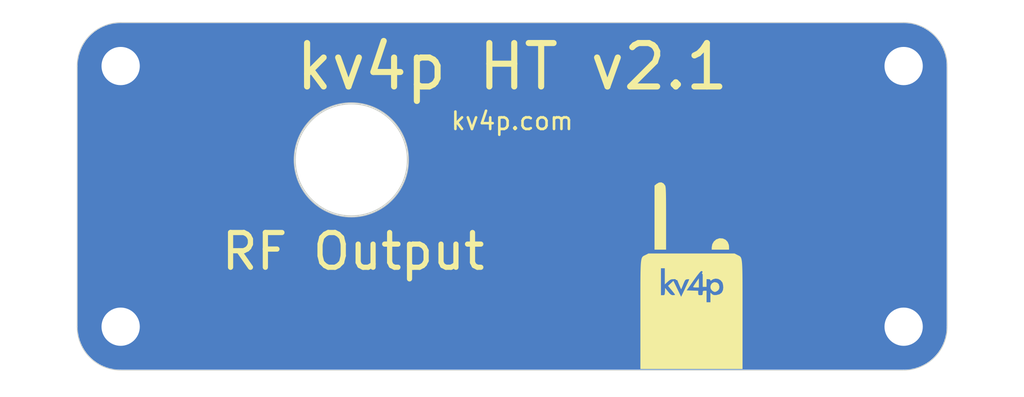
<source format=kicad_pcb>
(kicad_pcb (version 20240108) (generator "pcbnew") (generator_version "8.0")
  (layers (0 "F.Cu" signal) (31 "B.Cu" signal) (34 "B.Paste" user) (35 "F.Paste" user) (36 "B.SilkS" user "B.Silkscreen") (37 "F.SilkS" user "F.Silkscreen") (38 "B.Mask" user) (39 "F.Mask" user) (44 "Edge.Cuts" user))
  (net 0 "")
  (net 1 "GND")
  (footprint "MountingHole:MountingHole_2.2mm_M2_Pad" (layer "F.Cu") (at 105 98.25)
    (property "Reference" "H2" (hide yes))
    (property "Value" "MountingHole_Pad")
    (pad "1" thru_hole circle (at 0 0) (size 4.4 4.4) (drill 2.2) (layers "*.Cu" "*.Mask" "In3.Cu" "In4.Cu" "In5.Cu" "In6.Cu" "In7.Cu" "In8.Cu" "In9.Cu" "In10.Cu" "In11.Cu" "In12.Cu" "In13.Cu" "In14.Cu" "In15.Cu" "In16.Cu" "In17.Cu" "In18.Cu" "In19.Cu" "In20.Cu" "In21.Cu" "In22.Cu" "In23.Cu" "In24.Cu" "In25.Cu" "In26.Cu" "In27.Cu" "In28.Cu" "In29.Cu" "In30.Cu") (net 1 "GND"))
  )
  (footprint "kv4p-ht:kv4p_logo-white" (layer "F.Cu") (at 137.75 110.25)
    (property "Reference" "G***" (at 0 0 0) (layer "F.SilkS") (effects (font (size 0.635 0.635) (thickness 0.1016))))
    (property "Value" "LOGO" (hide yes))
    (fp_poly (pts (xy 0.480543 0.479342) (xy 0.480543 0.74438) (xy 0.31438 0.74438) (xy 0.215364 0.73888) (xy 0.156121 0.724963) (xy 0.148615 0.716687) (xy 0.168594 0.675269) (xy 0.221183 0.590421) (xy 0.295978 0.478741) (xy 0.314778 0.451648) (xy 0.480543 0.214303)) (fill solid) (layer "F.SilkS"))
    (fp_poly (pts (xy 1.85998 -2.077162) (xy 2.018127 -2.003771) (xy 2.136221 -1.878134) (xy 2.203855 -1.709777) (xy 2.215885 -1.591132) (xy 2.216023 -1.4342) (xy 1.717534 -1.4342) (xy 1.219045 -1.4342) (xy 1.219045 -1.565272) (xy 1.252164 -1.750565) (xy 1.343431 -1.90847) (xy 1.480717 -2.024971) (xy 1.65189 -2.086053) (xy 1.672191 -2.088779)) (fill solid) (layer "F.SilkS"))
    (fp_poly (pts (xy 1.5336 0.466852) (xy 1.623912 0.552645) (xy 1.661485 0.686921) (xy 1.662147 0.710498) (xy 1.645462 0.826655) (xy 1.584845 0.909661) (xy 1.564854 0.926326) (xy 1.478767 0.97971) (xy 1.405373 1.00283) (xy 1.403671 1.002856) (xy 1.331358 0.981032) (xy 1.245051 0.928325) (xy 1.242488 0.926326) (xy 1.165563 0.827007) (xy 1.143294 0.709392) (xy 1.169472 0.593092) (xy 1.237891 0.497723) (xy 1.342345 0.442897) (xy 1.39744 0.436671)) (fill solid) (layer "F.SilkS"))
    (fp_poly (pts (xy -1.554107 -5.248825) (xy -1.458406 -5.12745) (xy -1.445371 -5.093376) (xy -1.43448 -5.041801) (xy -1.42555 -4.966505) (xy -1.4184 -4.861266) (xy -1.412846 -4.719862) (xy -1.408707 -4.536071) (xy -1.405799 -4.303671) (xy -1.403939 -4.016441) (xy -1.402947 -3.668158) (xy -1.402637 -3.252602) (xy -1.402637 -3.226902) (xy -1.402637 -1.4342) (xy -1.734962 -1.4342) (xy -2.067288 -1.4342) (xy -2.067288 -3.277173) (xy -2.067288 -5.120147) (xy -1.95368 -5.215742) (xy -1.813819 -5.295765) (xy -1.676724 -5.306097)) (fill solid) (layer "F.SilkS"))
    (fp_poly (pts (xy 2.694725 -1.129568) (xy 2.745883 -1.104807) (xy 2.790822 -1.083202) (xy 2.82994 -1.060081) (xy 2.863641 -1.030773) (xy 2.892327 -0.990604) (xy 2.916398 -0.934903) (xy 2.936256 -0.858999) (xy 2.952303 -0.758218) (xy 2.96494 -0.62789) (xy 2.97457 -0.463341) (xy 2.981593 -0.2599) (xy 2.986412 -0.012895) (xy 2.989427 0.282345) (xy 2.991041 0.630494) (xy 2.991655 1.036223) (xy 2.99167 1.504204) (xy 2.99149 2.03911) (xy 2.991451 2.322353) (xy 2.991451 5.433869) (xy 0.055904 5.433869) (xy -2.879641 5.433869) (xy -2.879641 2.322353) (xy -2.879773 1.753505) (xy -2.879902 1.253834) (xy -2.879627 0.818669) (xy -2.878546 0.443337) (xy -2.878322 0.412054) (xy -1.698037 0.412054) (xy -1.698037 1.187482) (xy -1.589105 1.187482) (xy -1.527357 1.183656) (xy -1.493636 1.160275) (xy -1.477723 1.099481) (xy -1.469394 0.983416) (xy -1.469098 0.97783) (xy -1.458024 0.768178) (xy -1.291861 0.976083) (xy -1.196379 1.088783) (xy -1.124224 1.152721) (xy -1.057926 1.180697) (xy -1.005692 1.185734) (xy -0.924648 1.179495) (xy -0.887864 1.161953) (xy -0.887651 1.159788) (xy -0.910757 1.120602) (xy -0.970628 1.040208) (xy -1.055995 0.933492) (xy -1.09031 0.892081) (xy -1.291004 0.652068) (xy -1.136423 0.505447) (xy -0.981843 0.358827) (xy -0.76021 0.818029) (xy -0.538578 1.277231) (xy -0.365001 0.910543) (xy -0.220092 0.910543) (xy 0.111763 0.92116) (xy 0.443618 0.931777) (xy 0.443618 1.059629) (xy 0.449425 1.145329) (xy 0.48194 1.180476) (xy 0.563802 1.187468) (xy 0.572856 1.187482) (xy 0.659475 1.181765) (xy 0.694998 1.149516) (xy 0.702078 1.06808) (xy 0.702094 1.058244) (xy 0.708269 0.971414) (xy 0.739591 0.9358) (xy 0.812869 0.929006) (xy 0.923645 0.929006) (xy 0.923645 1.261332) (xy 0.923645 1.593658) (xy 1.03442 1.593658) (xy 1.145195 1.593658) (xy 1.145195 1.315281) (xy 1.145195 1.036904) (xy 1.228276 1.115408) (xy 1.295855 1.163915) (xy 1.378348 1.181794) (xy 1.493791 1.176978) (xy 1.671513 1.131972) (xy 1.796258 1.035636) (xy 1.866894 0.889234) (xy 1.883697 0.741964) (xy 1.872309 0.60793) (xy 1.84357 0.486151) (xy 1.827685 0.447771) (xy 1.729188 0.327294) (xy 1.594647 0.253674) (xy 1.444879 0.232026) (xy 1.300702 0.267468) (xy 1.242488 0.303959) (xy 1.176362 0.350322) (xy 1.149114 0.348877) (xy 1.145195 0.322421) (xy 1.115966 0.277228) (xy 1.03442 0.264354) (xy 0.923645 0.264354) (xy 0.923645 0.485904) (xy 0.923645 0.707455) (xy 0.812869 0.707455) (xy 0.702094 0.707455) (xy 0.702094 0.243323) (xy 0.701471 0.051425) (xy 0.698348 -0.078274) (xy 0.690844 -0.15742) (xy 0.67708 -0.197663) (xy 0.655175 -0.210649) (xy 0.629069 -0.209009) (xy 0.578965 -0.173304) (xy 0.493722 -0.079335) (xy 0.377047 0.06835) (xy 0.232645 0.265209) (xy 0.167976 0.356666) (xy -0.220092 0.910543) (xy -0.365001 0.910543) (xy -0.305955 0.785805) (xy -0.22405 0.611659) (xy -0.154777 0.462243) (xy -0.103701 0.349728) (xy -0.076388 0.286286) (xy -0.073333 0.277027) (xy -0.105327 0.268269) (xy -0.182895 0.270704) (xy -0.188487 0.271246) (xy -0.248257 0.282669) (xy -0.293067 0.312467) (xy -0.334381 0.375359) (xy -0.383665 0.486063) (xy -0.413221 0.559755) (xy -0.465381 0.68973) (xy -0.506953 0.789886) (xy -0.530806 0.843151) (xy -0.533354 0.847352) (xy -0.55078 0.820593) (xy -0.588375 0.740001) (xy -0.639347 0.620497) (xy -0.663559 0.561183) (xy -0.78321 0.264354) (xy -0.964511 0.264354) (xy -1.075059 0.270408) (xy -1.158647 0.297191) (xy -1.244678 0.357629) (xy -1.311149 0.416757) (xy -1.476487 0.56916) (xy -1.476487 0.102893) (xy -1.476487 -0.363372) (xy -1.587262 -0.363372) (xy -1.698037 -0.363372) (xy -1.698037 0.412054) (xy -2.878322 0.412054) (xy -2.876256 0.123166) (xy -2.872357 -0.146515) (xy -2.866447 -0.37038) (xy -2.858125 -0.5531) (xy -2.846988 -0.699347) (xy -2.832635 -0.813794) (xy -2.814665 -0.901111) (xy -2.792676 -0.965971) (xy -2.766266 -1.013046) (xy -2.735034 -1.047009) (xy -2.698577 -1.07253) (xy -2.656496 -1.094283) (xy -2.608387 -1.116939) (xy -2.582915 -1.129568) (xy -2.420892 -1.21265) (xy 0.055904 -1.21265) (xy 2.532701 -1.21265)) (fill solid) (layer "F.SilkS"))
  )
  (footprint "MountingHole:MountingHole_2.2mm_M2_Pad" (layer "F.Cu") (at 150 98.25)
    (property "Reference" "H3" (hide yes))
    (property "Value" "MountingHole_Pad")
    (pad "1" thru_hole circle (at 0 0) (size 4.4 4.4) (drill 2.2) (layers "*.Cu" "*.Mask" "In3.Cu" "In4.Cu" "In5.Cu" "In6.Cu" "In7.Cu" "In8.Cu" "In9.Cu" "In10.Cu" "In11.Cu" "In12.Cu" "In13.Cu" "In14.Cu" "In15.Cu" "In16.Cu" "In17.Cu" "In18.Cu" "In19.Cu" "In20.Cu" "In21.Cu" "In22.Cu" "In23.Cu" "In24.Cu" "In25.Cu" "In26.Cu" "In27.Cu" "In28.Cu" "In29.Cu" "In30.Cu") (net 1 "GND"))
  )
  (footprint "MountingHole:MountingHole_2.2mm_M2_Pad" (layer "F.Cu") (at 105 113.25)
    (property "Reference" "H5" (hide yes))
    (property "Value" "MountingHole_Pad")
    (pad "1" thru_hole circle (at 0 0) (size 4.4 4.4) (drill 2.2) (layers "*.Cu" "*.Mask" "In3.Cu" "In4.Cu" "In5.Cu" "In6.Cu" "In7.Cu" "In8.Cu" "In9.Cu" "In10.Cu" "In11.Cu" "In12.Cu" "In13.Cu" "In14.Cu" "In15.Cu" "In16.Cu" "In17.Cu" "In18.Cu" "In19.Cu" "In20.Cu" "In21.Cu" "In22.Cu" "In23.Cu" "In24.Cu" "In25.Cu" "In26.Cu" "In27.Cu" "In28.Cu" "In29.Cu" "In30.Cu") (net 1 "GND"))
  )
  (footprint "MountingHole:MountingHole_2.2mm_M2_Pad" (layer "F.Cu") (at 150 113.25)
    (property "Reference" "H4" (hide yes))
    (property "Value" "MountingHole_Pad")
    (pad "1" thru_hole circle (at 0 0) (size 4.4 4.4) (drill 2.2) (layers "*.Cu" "*.Mask" "In3.Cu" "In4.Cu" "In5.Cu" "In6.Cu" "In7.Cu" "In8.Cu" "In9.Cu" "In10.Cu" "In11.Cu" "In12.Cu" "In13.Cu" "In14.Cu" "In15.Cu" "In16.Cu" "In17.Cu" "In18.Cu" "In19.Cu" "In20.Cu" "In21.Cu" "In22.Cu" "In23.Cu" "In24.Cu" "In25.Cu" "In26.Cu" "In27.Cu" "In28.Cu" "In29.Cu" "In30.Cu") (net 1 "GND"))
  )
  (footprint "Libraries:Conn_SMA_Panel_ThroughHole" (layer "F.Cu") (at 118.25732 110)
    (property "Reference" "G2" (hide yes))
    (property "Value" "Board_Artwork")
    (fp_circle (center 0 -6.35) (end 3.25 -6.35) (stroke (width 0.12)) (fill none) (layer "Edge.Cuts"))
  )
  (gr_arc (start 105 115.75) (mid 103.232233 115.017767) (end 102.5 113.25) (stroke (width 0.05)) (layer "Edge.Cuts"))
  (gr_arc (start 102.5 98.25) (mid 103.232233 96.482233) (end 105 95.75) (stroke (width 0.05)) (layer "Edge.Cuts"))
  (gr_line (start 105 95.75) (end 150 95.75) (stroke (width 0.05)) (layer "Edge.Cuts"))
  (gr_arc (start 150 95.75) (mid 151.767767 96.482233) (end 152.5 98.25) (stroke (width 0.05)) (layer "Edge.Cuts"))
  (gr_line (start 102.5 113.25) (end 102.5 98.25) (stroke (width 0.05)) (layer "Edge.Cuts"))
  (gr_line (start 150 115.75) (end 105 115.75) (stroke (width 0.05)) (layer "Edge.Cuts"))
  (gr_line (start 152.5 98.25) (end 152.5 113.25) (stroke (width 0.05)) (layer "Edge.Cuts"))
  (gr_arc (start 152.5 113.25) (mid 151.767767 115.017767) (end 150 115.75) (stroke (width 0.05)) (layer "Edge.Cuts"))
  (gr_text "RF Output" (at 118.364 107.75 0) (layer "F.SilkS") (effects (font (size 2 2) (thickness 0.3)) (justify top)))
  (gr_text "kv4p HT v2.1" (at 127.5 99.75 0) (layer "F.SilkS") (effects (font (size 2.5 2.5) (thickness 0.35)) (justify bottom)))
  (gr_text "kv4p.com" (at 127.5 102 0) (layer "F.SilkS") (effects (font (size 1 1)) (justify bottom)))
  (zone (net 1) (net_name "GND") (layers "F.Cu" "B.Cu") (connect_pads yes (clearance 0.5)) (min_thickness 0.25) (fill yes (thermal_gap 0.5) (thermal_bridge_width 0.5))
    (polygon (pts (xy 102 95.25) (xy 153 95.25) (xy 153 116.25) (xy 102 116.25)))
  )
)
</source>
